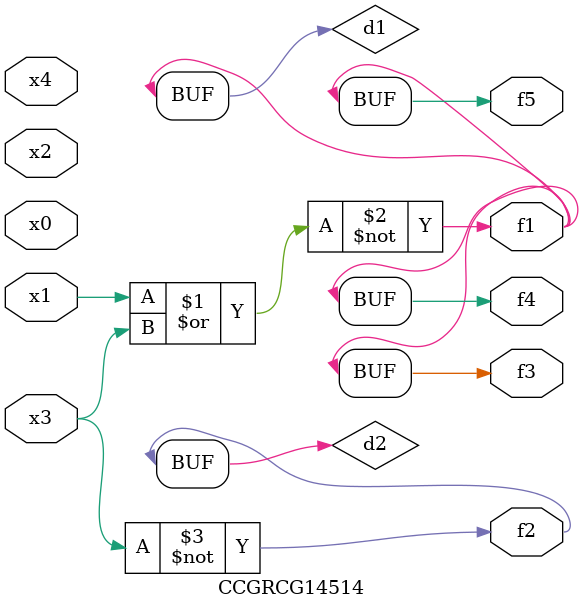
<source format=v>
module CCGRCG14514(
	input x0, x1, x2, x3, x4,
	output f1, f2, f3, f4, f5
);

	wire d1, d2;

	nor (d1, x1, x3);
	not (d2, x3);
	assign f1 = d1;
	assign f2 = d2;
	assign f3 = d1;
	assign f4 = d1;
	assign f5 = d1;
endmodule

</source>
